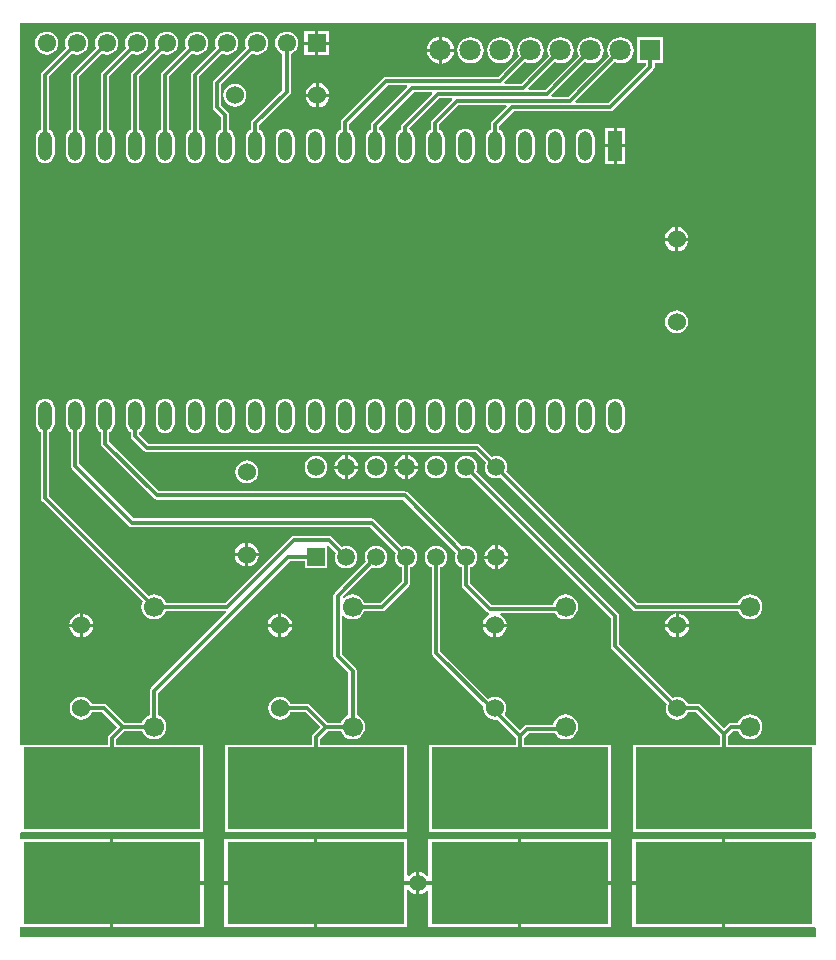
<source format=gtl>
G04 Layer_Physical_Order=1*
G04 Layer_Color=25308*
%FSLAX44Y44*%
%MOMM*%
G71*
G01*
G75*
%ADD10R,15.0000X7.0000*%
%ADD11C,0.3000*%
%ADD12R,1.5000X1.5000*%
%ADD13C,1.5000*%
%ADD14C,1.7000*%
%ADD15C,1.5240*%
%ADD16R,1.5500X1.5500*%
%ADD17C,1.5500*%
%ADD18R,1.8000X1.8000*%
%ADD19C,1.8000*%
%ADD20R,1.2000X2.5000*%
%ADD21O,1.2000X2.5000*%
%ADD22C,1.4000*%
G36*
X986941Y426794D02*
X986000Y426000D01*
X985671Y426000D01*
X912569D01*
Y433522D01*
X916678Y437631D01*
X921113D01*
X921828Y435905D01*
X923511Y433711D01*
X925705Y432028D01*
X928259Y430970D01*
X931000Y430609D01*
X933741Y430970D01*
X936295Y432028D01*
X938489Y433711D01*
X940172Y435905D01*
X941230Y438459D01*
X941590Y441200D01*
X941230Y443941D01*
X940172Y446495D01*
X938489Y448689D01*
X936295Y450372D01*
X933741Y451430D01*
X931000Y451791D01*
X928259Y451430D01*
X925705Y450372D01*
X923511Y448689D01*
X921828Y446495D01*
X921113Y444769D01*
X915200D01*
X913834Y444497D01*
X912677Y443723D01*
X909000Y440047D01*
X889523Y459523D01*
X888366Y460297D01*
X887000Y460569D01*
X878423D01*
X877891Y461852D01*
X876349Y463861D01*
X874340Y465403D01*
X872000Y466372D01*
X869489Y466703D01*
X866977Y466372D01*
X865694Y465841D01*
X820569Y510967D01*
Y534900D01*
X820297Y536266D01*
X819523Y537423D01*
X699549Y657398D01*
X700055Y658620D01*
X700382Y661100D01*
X700055Y663580D01*
X699098Y665891D01*
X697575Y667875D01*
X695591Y669398D01*
X693280Y670356D01*
X690800Y670682D01*
X688320Y670356D01*
X686009Y669398D01*
X684025Y667875D01*
X682502Y665891D01*
X681544Y663580D01*
X681218Y661100D01*
X681544Y658620D01*
X682502Y656309D01*
X684025Y654324D01*
X686009Y652802D01*
X688320Y651844D01*
X690800Y651518D01*
X693280Y651844D01*
X694502Y652351D01*
X813431Y533422D01*
Y509488D01*
X813703Y508123D01*
X814477Y506965D01*
X860648Y460794D01*
X860116Y459511D01*
X859786Y457000D01*
X860116Y454489D01*
X861085Y452149D01*
X862627Y450139D01*
X864637Y448597D01*
X866977Y447628D01*
X869489Y447297D01*
X872000Y447628D01*
X874340Y448597D01*
X876349Y450139D01*
X877891Y452149D01*
X878423Y453431D01*
X885522D01*
X905431Y433522D01*
Y426000D01*
X832000D01*
Y352000D01*
X985671D01*
X986000Y352000D01*
X986941Y351206D01*
Y347644D01*
X986540Y346540D01*
X985671Y346540D01*
X910270D01*
Y309000D01*
Y271460D01*
X985671D01*
X986540Y271460D01*
X986941Y270356D01*
Y270356D01*
Y263059D01*
X313059D01*
Y270356D01*
X313460Y271460D01*
X314329Y271460D01*
X389730D01*
Y309000D01*
Y346540D01*
X314329D01*
X313460Y346540D01*
X313059Y347644D01*
Y347644D01*
Y351206D01*
X314000Y352000D01*
X314329Y352000D01*
X468000D01*
Y426000D01*
X394569D01*
Y430522D01*
X401678Y437631D01*
X416624D01*
X417340Y435905D01*
X419023Y433711D01*
X421216Y432028D01*
X423770Y430970D01*
X426511Y430609D01*
X429253Y430970D01*
X431807Y432028D01*
X434000Y433711D01*
X435683Y435905D01*
X436741Y438459D01*
X437102Y441200D01*
X436741Y443941D01*
X435683Y446495D01*
X434000Y448689D01*
X431807Y450372D01*
X430080Y451087D01*
Y470033D01*
X541378Y581331D01*
X554300D01*
Y575400D01*
X573300D01*
Y593957D01*
X574511Y594542D01*
X580451Y588602D01*
X579944Y587380D01*
X579618Y584900D01*
X579944Y582420D01*
X580902Y580109D01*
X582425Y578125D01*
X584409Y576602D01*
X586720Y575644D01*
X589200Y575318D01*
X591680Y575644D01*
X593991Y576602D01*
X595975Y578125D01*
X597498Y580109D01*
X598455Y582420D01*
X598782Y584900D01*
X598455Y587380D01*
X597498Y589691D01*
X595975Y591675D01*
X593991Y593198D01*
X591680Y594156D01*
X589200Y594482D01*
X586720Y594156D01*
X585498Y593649D01*
X577623Y601523D01*
X576466Y602297D01*
X575100Y602569D01*
X545000D01*
X543634Y602297D01*
X542477Y601523D01*
X487322Y546369D01*
X436398D01*
X435683Y548095D01*
X434000Y550289D01*
X431807Y551972D01*
X429253Y553030D01*
X426511Y553391D01*
X423770Y553030D01*
X422044Y552314D01*
X337969Y636390D01*
Y690719D01*
X338434Y690912D01*
X340106Y692194D01*
X341388Y693866D01*
X342194Y695812D01*
X342469Y697900D01*
Y710900D01*
X342194Y712988D01*
X341388Y714934D01*
X340106Y716606D01*
X338434Y717888D01*
X336488Y718694D01*
X334400Y718969D01*
X332312Y718694D01*
X330365Y717888D01*
X328694Y716606D01*
X327412Y714934D01*
X326606Y712988D01*
X326331Y710900D01*
Y697900D01*
X326606Y695812D01*
X327412Y693866D01*
X328694Y692194D01*
X330365Y690912D01*
X330831Y690719D01*
Y634911D01*
X331103Y633546D01*
X331877Y632388D01*
X416997Y547268D01*
X416282Y545541D01*
X415921Y542800D01*
X416282Y540059D01*
X417340Y537505D01*
X419023Y535311D01*
X421216Y533628D01*
X423770Y532570D01*
X426511Y532209D01*
X429253Y532570D01*
X431807Y533628D01*
X434000Y535311D01*
X435683Y537505D01*
X436398Y539231D01*
X487389D01*
X487915Y537961D01*
X423988Y474035D01*
X423214Y472877D01*
X422943Y471511D01*
Y451087D01*
X421216Y450372D01*
X419023Y448689D01*
X417340Y446495D01*
X416624Y444769D01*
X401678D01*
X386923Y459523D01*
X385766Y460297D01*
X384400Y460569D01*
X373935D01*
X373403Y461852D01*
X371861Y463861D01*
X369851Y465403D01*
X367511Y466372D01*
X365000Y466703D01*
X362489Y466372D01*
X360149Y465403D01*
X358139Y463861D01*
X356597Y461852D01*
X355628Y459511D01*
X355297Y457000D01*
X355628Y454489D01*
X356597Y452149D01*
X358139Y450139D01*
X360149Y448597D01*
X362489Y447628D01*
X365000Y447297D01*
X367511Y447628D01*
X369851Y448597D01*
X371861Y450139D01*
X373403Y452149D01*
X373935Y453431D01*
X382922D01*
X395153Y441200D01*
X388477Y434523D01*
X387703Y433366D01*
X387431Y432000D01*
Y426898D01*
X386533Y426000D01*
X314329D01*
X314000Y426000D01*
X313059Y426794D01*
Y1036941D01*
X986941D01*
Y426794D01*
D02*
G37*
%LPC*%
G36*
X503730Y597080D02*
X502348Y596898D01*
X499876Y595875D01*
X497754Y594246D01*
X496125Y592124D01*
X495102Y589652D01*
X494920Y588270D01*
X503730D01*
Y597080D01*
D02*
G37*
G36*
X717470Y594859D02*
Y586170D01*
X726159D01*
X725982Y587521D01*
X724970Y589963D01*
X723361Y592061D01*
X721263Y593670D01*
X718821Y594682D01*
X717470Y594859D01*
D02*
G37*
G36*
X506270Y597080D02*
Y588270D01*
X515080D01*
X514898Y589652D01*
X513875Y592124D01*
X512246Y594246D01*
X510124Y595875D01*
X507652Y596898D01*
X506270Y597080D01*
D02*
G37*
G36*
X587930Y659830D02*
X579241D01*
X579418Y658479D01*
X580430Y656037D01*
X582039Y653939D01*
X584137Y652330D01*
X586579Y651318D01*
X587930Y651141D01*
Y659830D01*
D02*
G37*
G36*
X505000Y666703D02*
X502489Y666372D01*
X500149Y665403D01*
X498139Y663861D01*
X496597Y661852D01*
X495628Y659511D01*
X495297Y657000D01*
X495628Y654489D01*
X496597Y652149D01*
X498139Y650139D01*
X500149Y648597D01*
X502489Y647628D01*
X505000Y647297D01*
X507511Y647628D01*
X509851Y648597D01*
X511861Y650139D01*
X513403Y652149D01*
X514372Y654489D01*
X514703Y657000D01*
X514372Y659511D01*
X513403Y661852D01*
X511861Y663861D01*
X509851Y665403D01*
X507511Y666372D01*
X505000Y666703D01*
D02*
G37*
G36*
X714930Y594859D02*
X713579Y594682D01*
X711137Y593670D01*
X709039Y592061D01*
X707430Y589963D01*
X706418Y587521D01*
X706241Y586170D01*
X714930D01*
Y594859D01*
D02*
G37*
G36*
X726159Y583630D02*
X717470D01*
Y574941D01*
X718821Y575118D01*
X721263Y576130D01*
X723361Y577739D01*
X724970Y579837D01*
X725982Y582279D01*
X726159Y583630D01*
D02*
G37*
G36*
X714930D02*
X706241D01*
X706418Y582279D01*
X707430Y579837D01*
X709039Y577739D01*
X711137Y576130D01*
X713579Y575118D01*
X714930Y574941D01*
Y583630D01*
D02*
G37*
G36*
X410600Y718969D02*
X408512Y718694D01*
X406566Y717888D01*
X404894Y716606D01*
X403612Y714934D01*
X402806Y712988D01*
X402531Y710900D01*
Y697900D01*
X402806Y695812D01*
X403612Y693866D01*
X404894Y692194D01*
X406566Y690912D01*
X407031Y690719D01*
Y687400D01*
X407303Y686034D01*
X408077Y684877D01*
X418477Y674477D01*
X419634Y673703D01*
X421000Y673431D01*
X698822D01*
X707451Y664802D01*
X706945Y663580D01*
X706618Y661100D01*
X706945Y658620D01*
X707902Y656309D01*
X709425Y654324D01*
X711409Y652802D01*
X713720Y651844D01*
X716200Y651518D01*
X718680Y651844D01*
X719902Y652351D01*
X831977Y540277D01*
X833134Y539503D01*
X834500Y539231D01*
X921113D01*
X921828Y537505D01*
X923511Y535311D01*
X925705Y533628D01*
X928259Y532570D01*
X931000Y532209D01*
X933741Y532570D01*
X936295Y533628D01*
X938489Y535311D01*
X940172Y537505D01*
X941230Y540059D01*
X941590Y542800D01*
X941230Y545541D01*
X940172Y548095D01*
X938489Y550289D01*
X936295Y551972D01*
X933741Y553030D01*
X931000Y553391D01*
X928259Y553030D01*
X925705Y551972D01*
X923511Y550289D01*
X921828Y548095D01*
X921113Y546369D01*
X835978D01*
X724949Y657398D01*
X725455Y658620D01*
X725782Y661100D01*
X725455Y663580D01*
X724498Y665891D01*
X722975Y667875D01*
X720991Y669398D01*
X718680Y670356D01*
X716200Y670682D01*
X713720Y670356D01*
X712498Y669849D01*
X702823Y679523D01*
X701666Y680297D01*
X700300Y680569D01*
X422478D01*
X414169Y688878D01*
Y690719D01*
X414635Y690912D01*
X416306Y692194D01*
X417588Y693866D01*
X418394Y695812D01*
X418669Y697900D01*
Y710900D01*
X418394Y712988D01*
X417588Y714934D01*
X416306Y716606D01*
X414635Y717888D01*
X412688Y718694D01*
X410600Y718969D01*
D02*
G37*
G36*
X515080Y585730D02*
X506270D01*
Y576920D01*
X507652Y577102D01*
X510124Y578125D01*
X512246Y579754D01*
X513875Y581876D01*
X514898Y584348D01*
X515080Y585730D01*
D02*
G37*
G36*
X503730D02*
X494920D01*
X495102Y584348D01*
X496125Y581876D01*
X497754Y579754D01*
X499876Y578125D01*
X502348Y577102D01*
X503730Y576920D01*
Y585730D01*
D02*
G37*
G36*
X359800Y718969D02*
X357712Y718694D01*
X355765Y717888D01*
X354094Y716606D01*
X352812Y714934D01*
X352006Y712988D01*
X351731Y710900D01*
Y697900D01*
X352006Y695812D01*
X352812Y693866D01*
X354094Y692194D01*
X355765Y690912D01*
X356231Y690719D01*
Y662200D01*
X356503Y660834D01*
X357277Y659677D01*
X405477Y611477D01*
X406634Y610703D01*
X408000Y610431D01*
X609422D01*
X631251Y588602D01*
X630745Y587380D01*
X630418Y584900D01*
X630745Y582420D01*
X631702Y580109D01*
X633224Y578125D01*
X635209Y576602D01*
X636431Y576095D01*
Y564478D01*
X618322Y546369D01*
X604561D01*
X603846Y548095D01*
X602163Y550289D01*
X599969Y551972D01*
X597415Y553030D01*
X594674Y553391D01*
X591933Y553030D01*
X589379Y551972D01*
X587530Y550553D01*
X586429Y550811D01*
X586139Y551011D01*
X586073Y551327D01*
X610898Y576151D01*
X612120Y575644D01*
X614600Y575318D01*
X617080Y575644D01*
X619391Y576602D01*
X621375Y578125D01*
X622898Y580109D01*
X623855Y582420D01*
X624182Y584900D01*
X623855Y587380D01*
X622898Y589691D01*
X621375Y591675D01*
X619391Y593198D01*
X617080Y594156D01*
X614600Y594482D01*
X612120Y594156D01*
X609809Y593198D01*
X607825Y591675D01*
X606302Y589691D01*
X605345Y587380D01*
X605018Y584900D01*
X605345Y582420D01*
X605851Y581198D01*
X579477Y554823D01*
X578703Y553666D01*
X578431Y552300D01*
Y501000D01*
X578703Y499634D01*
X579477Y498477D01*
X591106Y486848D01*
Y451087D01*
X589379Y450372D01*
X587186Y448689D01*
X585503Y446495D01*
X584787Y444769D01*
X573678D01*
X558923Y459523D01*
X557766Y460297D01*
X556400Y460569D01*
X542097D01*
X541566Y461852D01*
X540024Y463861D01*
X538014Y465403D01*
X535674Y466372D01*
X533163Y466703D01*
X530652Y466372D01*
X528311Y465403D01*
X526302Y463861D01*
X524760Y461852D01*
X523791Y459511D01*
X523460Y457000D01*
X523791Y454489D01*
X524760Y452149D01*
X526302Y450139D01*
X528311Y448597D01*
X530652Y447628D01*
X533163Y447297D01*
X535674Y447628D01*
X538014Y448597D01*
X540024Y450139D01*
X541566Y452149D01*
X542097Y453431D01*
X554922D01*
X567153Y441200D01*
X561143Y435190D01*
X560370Y434032D01*
X560098Y432667D01*
Y426000D01*
X486667D01*
Y352000D01*
X640667D01*
Y426000D01*
X567235D01*
Y431189D01*
X573678Y437631D01*
X584787D01*
X585503Y435905D01*
X587186Y433711D01*
X589379Y432028D01*
X591933Y430970D01*
X594674Y430609D01*
X597415Y430970D01*
X599969Y432028D01*
X602163Y433711D01*
X603846Y435905D01*
X604904Y438459D01*
X605265Y441200D01*
X604904Y443941D01*
X603846Y446495D01*
X602163Y448689D01*
X599969Y450372D01*
X598243Y451087D01*
Y488326D01*
X597971Y489691D01*
X597198Y490849D01*
X585569Y502478D01*
Y535443D01*
X586771Y535851D01*
X587186Y535311D01*
X589379Y533628D01*
X591933Y532570D01*
X594674Y532209D01*
X597415Y532570D01*
X599969Y533628D01*
X602163Y535311D01*
X603846Y537505D01*
X604561Y539231D01*
X619800D01*
X621166Y539503D01*
X622323Y540277D01*
X642523Y560477D01*
X643297Y561634D01*
X643569Y563000D01*
Y576095D01*
X644791Y576602D01*
X646775Y578125D01*
X648298Y580109D01*
X649255Y582420D01*
X649582Y584900D01*
X649255Y587380D01*
X648298Y589691D01*
X646775Y591675D01*
X644791Y593198D01*
X642480Y594156D01*
X640000Y594482D01*
X637520Y594156D01*
X636298Y593649D01*
X613423Y616523D01*
X612266Y617297D01*
X610900Y617569D01*
X409478D01*
X363369Y663678D01*
Y690719D01*
X363834Y690912D01*
X365506Y692194D01*
X366788Y693866D01*
X367594Y695812D01*
X367869Y697900D01*
Y710900D01*
X367594Y712988D01*
X366788Y714934D01*
X365506Y716606D01*
X363834Y717888D01*
X361888Y718694D01*
X359800Y718969D01*
D02*
G37*
G36*
X599159Y659830D02*
X590470D01*
Y651141D01*
X591821Y651318D01*
X594263Y652330D01*
X596361Y653939D01*
X597970Y656037D01*
X598982Y658479D01*
X599159Y659830D01*
D02*
G37*
G36*
X641270Y671059D02*
Y662370D01*
X649959D01*
X649782Y663721D01*
X648770Y666163D01*
X647161Y668261D01*
X645063Y669870D01*
X642621Y670882D01*
X641270Y671059D01*
D02*
G37*
G36*
X638730D02*
X637379Y670882D01*
X634937Y669870D01*
X632839Y668261D01*
X631230Y666163D01*
X630218Y663721D01*
X630041Y662370D01*
X638730D01*
Y671059D01*
D02*
G37*
G36*
X590470D02*
Y662370D01*
X599159D01*
X598982Y663721D01*
X597970Y666163D01*
X596361Y668261D01*
X594263Y669870D01*
X591821Y670882D01*
X590470Y671059D01*
D02*
G37*
G36*
X486800Y718969D02*
X484712Y718694D01*
X482766Y717888D01*
X481094Y716606D01*
X479812Y714934D01*
X479006Y712988D01*
X478731Y710900D01*
Y697900D01*
X479006Y695812D01*
X479812Y693866D01*
X481094Y692194D01*
X482766Y690912D01*
X484712Y690106D01*
X486800Y689831D01*
X488888Y690106D01*
X490835Y690912D01*
X492506Y692194D01*
X493788Y693866D01*
X494594Y695812D01*
X494869Y697900D01*
Y710900D01*
X494594Y712988D01*
X493788Y714934D01*
X492506Y716606D01*
X490835Y717888D01*
X488888Y718694D01*
X486800Y718969D01*
D02*
G37*
G36*
X461400D02*
X459312Y718694D01*
X457365Y717888D01*
X455694Y716606D01*
X454412Y714934D01*
X453606Y712988D01*
X453331Y710900D01*
Y697900D01*
X453606Y695812D01*
X454412Y693866D01*
X455694Y692194D01*
X457365Y690912D01*
X459312Y690106D01*
X461400Y689831D01*
X463488Y690106D01*
X465434Y690912D01*
X467106Y692194D01*
X468388Y693866D01*
X469194Y695812D01*
X469469Y697900D01*
Y710900D01*
X469194Y712988D01*
X468388Y714934D01*
X467106Y716606D01*
X465434Y717888D01*
X463488Y718694D01*
X461400Y718969D01*
D02*
G37*
G36*
X436000D02*
X433912Y718694D01*
X431965Y717888D01*
X430294Y716606D01*
X429012Y714934D01*
X428206Y712988D01*
X427931Y710900D01*
Y697900D01*
X428206Y695812D01*
X429012Y693866D01*
X430294Y692194D01*
X431965Y690912D01*
X433912Y690106D01*
X436000Y689831D01*
X438088Y690106D01*
X440034Y690912D01*
X441706Y692194D01*
X442988Y693866D01*
X443794Y695812D01*
X444069Y697900D01*
Y710900D01*
X443794Y712988D01*
X442988Y714934D01*
X441706Y716606D01*
X440034Y717888D01*
X438088Y718694D01*
X436000Y718969D01*
D02*
G37*
G36*
X563800Y670682D02*
X561320Y670356D01*
X559009Y669398D01*
X557024Y667875D01*
X555502Y665891D01*
X554544Y663580D01*
X554218Y661100D01*
X554544Y658620D01*
X555502Y656309D01*
X557024Y654324D01*
X559009Y652802D01*
X561320Y651844D01*
X563800Y651518D01*
X566280Y651844D01*
X568591Y652802D01*
X570575Y654324D01*
X572098Y656309D01*
X573055Y658620D01*
X573382Y661100D01*
X573055Y663580D01*
X572098Y665891D01*
X570575Y667875D01*
X568591Y669398D01*
X566280Y670356D01*
X563800Y670682D01*
D02*
G37*
G36*
X649959Y659830D02*
X641270D01*
Y651141D01*
X642621Y651318D01*
X645063Y652330D01*
X647161Y653939D01*
X648770Y656037D01*
X649782Y658479D01*
X649959Y659830D01*
D02*
G37*
G36*
X638730D02*
X630041D01*
X630218Y658479D01*
X631230Y656037D01*
X632839Y653939D01*
X634937Y652330D01*
X637379Y651318D01*
X638730Y651141D01*
Y659830D01*
D02*
G37*
G36*
X587930Y671059D02*
X586579Y670882D01*
X584137Y669870D01*
X582039Y668261D01*
X580430Y666163D01*
X579418Y663721D01*
X579241Y662370D01*
X587930D01*
Y671059D01*
D02*
G37*
G36*
X665400Y670682D02*
X662920Y670356D01*
X660609Y669398D01*
X658624Y667875D01*
X657102Y665891D01*
X656144Y663580D01*
X655818Y661100D01*
X656144Y658620D01*
X657102Y656309D01*
X658624Y654324D01*
X660609Y652802D01*
X662920Y651844D01*
X665400Y651518D01*
X667880Y651844D01*
X670191Y652802D01*
X672175Y654324D01*
X673698Y656309D01*
X674655Y658620D01*
X674982Y661100D01*
X674655Y663580D01*
X673698Y665891D01*
X672175Y667875D01*
X670191Y669398D01*
X667880Y670356D01*
X665400Y670682D01*
D02*
G37*
G36*
X614600D02*
X612120Y670356D01*
X609809Y669398D01*
X607825Y667875D01*
X606302Y665891D01*
X605345Y663580D01*
X605018Y661100D01*
X605345Y658620D01*
X606302Y656309D01*
X607825Y654324D01*
X609809Y652802D01*
X612120Y651844D01*
X614600Y651518D01*
X617080Y651844D01*
X619391Y652802D01*
X621375Y654324D01*
X622898Y656309D01*
X623855Y658620D01*
X624182Y661100D01*
X623855Y663580D01*
X622898Y665891D01*
X621375Y667875D01*
X619391Y669398D01*
X617080Y670356D01*
X614600Y670682D01*
D02*
G37*
G36*
X385200Y718969D02*
X383112Y718694D01*
X381166Y717888D01*
X379494Y716606D01*
X378212Y714934D01*
X377406Y712988D01*
X377131Y710900D01*
Y697900D01*
X377406Y695812D01*
X378212Y693866D01*
X379494Y692194D01*
X381166Y690912D01*
X381631Y690719D01*
Y680800D01*
X381903Y679434D01*
X382677Y678277D01*
X426477Y634477D01*
X427634Y633703D01*
X429000Y633431D01*
X637222D01*
X682051Y588602D01*
X681544Y587380D01*
X681218Y584900D01*
X681544Y582420D01*
X682502Y580109D01*
X684025Y578125D01*
X686009Y576602D01*
X687231Y576095D01*
Y561200D01*
X687503Y559834D01*
X688277Y558677D01*
X708677Y538277D01*
X709834Y537503D01*
X710276Y537415D01*
X710406Y536094D01*
X709876Y535875D01*
X707754Y534246D01*
X706125Y532124D01*
X705101Y529652D01*
X704920Y528270D01*
X725080D01*
X724899Y529652D01*
X723875Y532124D01*
X722246Y534246D01*
X720124Y535875D01*
X719915Y535961D01*
X720167Y537231D01*
X766038D01*
X767511Y535311D01*
X769705Y533628D01*
X772259Y532570D01*
X775000Y532209D01*
X777741Y532570D01*
X780295Y533628D01*
X782489Y535311D01*
X784172Y537505D01*
X785230Y540059D01*
X785591Y542800D01*
X785230Y545541D01*
X784172Y548095D01*
X782489Y550289D01*
X780295Y551972D01*
X777741Y553030D01*
X775000Y553391D01*
X772259Y553030D01*
X769705Y551972D01*
X767511Y550289D01*
X765828Y548095D01*
X764770Y545541D01*
X764616Y544369D01*
X712678D01*
X694369Y562678D01*
Y576095D01*
X695591Y576602D01*
X697575Y578125D01*
X699098Y580109D01*
X700055Y582420D01*
X700382Y584900D01*
X700055Y587380D01*
X699098Y589691D01*
X697575Y591675D01*
X695591Y593198D01*
X693280Y594156D01*
X690800Y594482D01*
X688320Y594156D01*
X687098Y593649D01*
X641223Y639523D01*
X640066Y640297D01*
X638700Y640569D01*
X430478D01*
X388769Y682278D01*
Y690719D01*
X389235Y690912D01*
X390906Y692194D01*
X392188Y693866D01*
X392994Y695812D01*
X393269Y697900D01*
Y710900D01*
X392994Y712988D01*
X392188Y714934D01*
X390906Y716606D01*
X389235Y717888D01*
X387288Y718694D01*
X385200Y718969D01*
D02*
G37*
G36*
X907730Y346540D02*
X831460D01*
Y310270D01*
X907730D01*
Y346540D01*
D02*
G37*
G36*
X813873Y346540D02*
X737603D01*
Y310270D01*
X813873D01*
Y346540D01*
D02*
G37*
G36*
X562397D02*
X486127D01*
Y310270D01*
X562397D01*
Y346540D01*
D02*
G37*
G36*
X363730Y525730D02*
X354920D01*
X355102Y524348D01*
X356125Y521876D01*
X357754Y519754D01*
X359876Y518125D01*
X362348Y517102D01*
X363730Y516920D01*
Y525730D01*
D02*
G37*
G36*
X665400Y594482D02*
X662920Y594156D01*
X660609Y593198D01*
X658624Y591675D01*
X657102Y589691D01*
X656144Y587380D01*
X655818Y584900D01*
X656144Y582420D01*
X657102Y580109D01*
X658624Y578125D01*
X660609Y576602D01*
X661831Y576095D01*
Y503926D01*
X662103Y502560D01*
X662877Y501402D01*
X705528Y458751D01*
X705297Y457000D01*
X705628Y454489D01*
X706597Y452149D01*
X708139Y450139D01*
X710148Y448597D01*
X712489Y447628D01*
X715000Y447297D01*
X716751Y447528D01*
X732765Y431514D01*
Y426000D01*
X659333D01*
Y352000D01*
X813333D01*
Y426000D01*
X739902D01*
Y431514D01*
X744019Y435631D01*
X766038D01*
X767511Y433711D01*
X769705Y432028D01*
X772259Y430970D01*
X775000Y430609D01*
X777741Y430970D01*
X780295Y432028D01*
X782489Y433711D01*
X784172Y435905D01*
X785230Y438459D01*
X785591Y441200D01*
X785230Y443941D01*
X784172Y446495D01*
X782489Y448689D01*
X780295Y450372D01*
X777741Y451430D01*
X775000Y451791D01*
X772259Y451430D01*
X769705Y450372D01*
X767511Y448689D01*
X765828Y446495D01*
X764770Y443941D01*
X764616Y442769D01*
X742541D01*
X741175Y442497D01*
X740018Y441723D01*
X736333Y438039D01*
X722891Y451481D01*
X723403Y452149D01*
X724372Y454489D01*
X724703Y457000D01*
X724372Y459511D01*
X723403Y461852D01*
X721861Y463861D01*
X719852Y465403D01*
X717511Y466372D01*
X715000Y466703D01*
X712489Y466372D01*
X710148Y465403D01*
X709481Y464891D01*
X668969Y505404D01*
Y576095D01*
X670191Y576602D01*
X672175Y578125D01*
X673698Y580109D01*
X674655Y582420D01*
X674982Y584900D01*
X674655Y587380D01*
X673698Y589691D01*
X672175Y591675D01*
X670191Y593198D01*
X667880Y594156D01*
X665400Y594482D01*
D02*
G37*
G36*
X735063Y346540D02*
X658793D01*
Y315298D01*
X657523Y314867D01*
X656804Y315804D01*
X654811Y317333D01*
X652490Y318294D01*
X651270Y318455D01*
Y309000D01*
Y299545D01*
X652490Y299706D01*
X654811Y300667D01*
X656804Y302196D01*
X657523Y303133D01*
X658793Y302702D01*
Y271460D01*
X735063D01*
Y309000D01*
Y346540D01*
D02*
G37*
G36*
X813873Y307730D02*
X737603D01*
Y271460D01*
X813873D01*
Y307730D01*
D02*
G37*
G36*
X562397D02*
X486127D01*
Y271460D01*
X562397D01*
Y307730D01*
D02*
G37*
G36*
X468540D02*
X392270D01*
Y271460D01*
X468540D01*
Y307730D01*
D02*
G37*
G36*
X392270Y346540D02*
Y310270D01*
X468540D01*
Y346540D01*
X392270D01*
D02*
G37*
G36*
X641207D02*
X564937D01*
Y309000D01*
Y271460D01*
X641207D01*
Y302702D01*
X642477Y303133D01*
X643196Y302196D01*
X645189Y300667D01*
X647510Y299706D01*
X648730Y299545D01*
Y309000D01*
Y318455D01*
X647510Y318294D01*
X645189Y317333D01*
X643196Y315804D01*
X642477Y314867D01*
X641207Y315298D01*
Y346540D01*
D02*
G37*
G36*
X907730Y307730D02*
X831460D01*
Y271460D01*
X907730D01*
Y307730D01*
D02*
G37*
G36*
X375080Y525730D02*
X366270D01*
Y516920D01*
X367652Y517102D01*
X370124Y518125D01*
X372246Y519754D01*
X373875Y521876D01*
X374898Y524348D01*
X375080Y525730D01*
D02*
G37*
G36*
X531893Y537080D02*
X530510Y536898D01*
X528039Y535875D01*
X525917Y534246D01*
X524288Y532124D01*
X523264Y529652D01*
X523082Y528270D01*
X531893D01*
Y537080D01*
D02*
G37*
G36*
X366270D02*
Y528270D01*
X375080D01*
X374898Y529652D01*
X373875Y532124D01*
X372246Y534246D01*
X370124Y535875D01*
X367652Y536898D01*
X366270Y537080D01*
D02*
G37*
G36*
X363730D02*
X362348Y536898D01*
X359876Y535875D01*
X357754Y534246D01*
X356125Y532124D01*
X355102Y529652D01*
X354920Y528270D01*
X363730D01*
Y537080D01*
D02*
G37*
G36*
X870759D02*
Y528270D01*
X879569D01*
X879387Y529652D01*
X878363Y532124D01*
X876735Y534246D01*
X874612Y535875D01*
X872141Y536898D01*
X870759Y537080D01*
D02*
G37*
G36*
X868219D02*
X866836Y536898D01*
X864365Y535875D01*
X862242Y534246D01*
X860614Y532124D01*
X859590Y529652D01*
X859408Y528270D01*
X868219D01*
Y537080D01*
D02*
G37*
G36*
X534433D02*
Y528270D01*
X543243D01*
X543061Y529652D01*
X542038Y532124D01*
X540409Y534246D01*
X538287Y535875D01*
X535815Y536898D01*
X534433Y537080D01*
D02*
G37*
G36*
X713730Y525730D02*
X704920D01*
X705101Y524348D01*
X706125Y521876D01*
X707754Y519754D01*
X709876Y518125D01*
X712348Y517102D01*
X713730Y516920D01*
Y525730D01*
D02*
G37*
G36*
X543243D02*
X534433D01*
Y516920D01*
X535815Y517102D01*
X538287Y518125D01*
X540409Y519754D01*
X542038Y521876D01*
X543061Y524348D01*
X543243Y525730D01*
D02*
G37*
G36*
X531893D02*
X523082D01*
X523264Y524348D01*
X524288Y521876D01*
X525917Y519754D01*
X528039Y518125D01*
X530510Y517102D01*
X531893Y516920D01*
Y525730D01*
D02*
G37*
G36*
X879569D02*
X870759D01*
Y516920D01*
X872141Y517102D01*
X874612Y518125D01*
X876735Y519754D01*
X878363Y521876D01*
X879387Y524348D01*
X879569Y525730D01*
D02*
G37*
G36*
X868219D02*
X859408D01*
X859590Y524348D01*
X860614Y521876D01*
X862242Y519754D01*
X864365Y518125D01*
X866836Y517102D01*
X868219Y516920D01*
Y525730D01*
D02*
G37*
G36*
X725080D02*
X716270D01*
Y516920D01*
X717652Y517102D01*
X720124Y518125D01*
X722246Y519754D01*
X723875Y521876D01*
X724899Y524348D01*
X725080Y525730D01*
D02*
G37*
G36*
X512200Y718969D02*
X510112Y718694D01*
X508166Y717888D01*
X506494Y716606D01*
X505212Y714934D01*
X504406Y712988D01*
X504131Y710900D01*
Y697900D01*
X504406Y695812D01*
X505212Y693866D01*
X506494Y692194D01*
X508166Y690912D01*
X510112Y690106D01*
X512200Y689831D01*
X514288Y690106D01*
X516235Y690912D01*
X517906Y692194D01*
X519188Y693866D01*
X519994Y695812D01*
X520269Y697900D01*
Y710900D01*
X519994Y712988D01*
X519188Y714934D01*
X517906Y716606D01*
X516235Y717888D01*
X514288Y718694D01*
X512200Y718969D01*
D02*
G37*
G36*
X694500Y1025095D02*
X691628Y1024717D01*
X688952Y1023608D01*
X686655Y1021845D01*
X684892Y1019548D01*
X683783Y1016872D01*
X683405Y1014000D01*
X683783Y1011128D01*
X684892Y1008453D01*
X686655Y1006155D01*
X688952Y1004391D01*
X691628Y1003283D01*
X694500Y1002905D01*
X697372Y1003283D01*
X700048Y1004391D01*
X702345Y1006155D01*
X704109Y1008453D01*
X705217Y1011128D01*
X705595Y1014000D01*
X705217Y1016872D01*
X704109Y1019548D01*
X702345Y1021845D01*
X700048Y1023608D01*
X697372Y1024717D01*
X694500Y1025095D01*
D02*
G37*
G36*
X680572Y1012730D02*
X670370D01*
Y1002528D01*
X672113Y1002757D01*
X674920Y1003920D01*
X677330Y1005770D01*
X679180Y1008180D01*
X680343Y1010987D01*
X680572Y1012730D01*
D02*
G37*
G36*
X667830D02*
X657628D01*
X657857Y1010987D01*
X659020Y1008180D01*
X660870Y1005770D01*
X663280Y1003920D01*
X666087Y1002757D01*
X667830Y1002528D01*
Y1012730D01*
D02*
G37*
G36*
X563030Y1018730D02*
X554010D01*
Y1009710D01*
X563030D01*
Y1018730D01*
D02*
G37*
G36*
X821500Y1025095D02*
X818628Y1024717D01*
X815953Y1023608D01*
X813655Y1021845D01*
X811891Y1019548D01*
X810783Y1016872D01*
X810405Y1014000D01*
X810783Y1011128D01*
X811603Y1009149D01*
X777022Y974569D01*
X763375D01*
X762889Y975742D01*
X791249Y1004103D01*
X793228Y1003283D01*
X796100Y1002905D01*
X798972Y1003283D01*
X801647Y1004391D01*
X803945Y1006155D01*
X805708Y1008453D01*
X806817Y1011128D01*
X807195Y1014000D01*
X806817Y1016872D01*
X805708Y1019548D01*
X803945Y1021845D01*
X801647Y1023608D01*
X798972Y1024717D01*
X796100Y1025095D01*
X793228Y1024717D01*
X790553Y1023608D01*
X788255Y1021845D01*
X786491Y1019548D01*
X785383Y1016872D01*
X785005Y1014000D01*
X785383Y1011128D01*
X786203Y1009149D01*
X757622Y980569D01*
X743975D01*
X743489Y981742D01*
X765850Y1004103D01*
X767828Y1003283D01*
X770700Y1002905D01*
X773572Y1003283D01*
X776247Y1004391D01*
X778545Y1006155D01*
X780309Y1008453D01*
X781417Y1011128D01*
X781795Y1014000D01*
X781417Y1016872D01*
X780309Y1019548D01*
X778545Y1021845D01*
X776247Y1023608D01*
X773572Y1024717D01*
X770700Y1025095D01*
X767828Y1024717D01*
X765153Y1023608D01*
X762855Y1021845D01*
X761092Y1019548D01*
X759983Y1016872D01*
X759605Y1014000D01*
X759983Y1011128D01*
X760803Y1009149D01*
X737222Y985569D01*
X723575D01*
X723089Y986742D01*
X740450Y1004103D01*
X742428Y1003283D01*
X745300Y1002905D01*
X748172Y1003283D01*
X750847Y1004391D01*
X753145Y1006155D01*
X754909Y1008453D01*
X756017Y1011128D01*
X756395Y1014000D01*
X756017Y1016872D01*
X754909Y1019548D01*
X753145Y1021845D01*
X750847Y1023608D01*
X748172Y1024717D01*
X745300Y1025095D01*
X742428Y1024717D01*
X739753Y1023608D01*
X737455Y1021845D01*
X735692Y1019548D01*
X734583Y1016872D01*
X734205Y1014000D01*
X734583Y1011128D01*
X735403Y1009149D01*
X717822Y991569D01*
X623000D01*
X621634Y991297D01*
X620477Y990523D01*
X585877Y955923D01*
X585103Y954766D01*
X584831Y953400D01*
Y946681D01*
X584366Y946488D01*
X582694Y945206D01*
X581412Y943534D01*
X580606Y941588D01*
X580331Y939500D01*
Y926500D01*
X580606Y924412D01*
X581412Y922466D01*
X582694Y920794D01*
X584366Y919512D01*
X586312Y918706D01*
X588400Y918431D01*
X590488Y918706D01*
X592435Y919512D01*
X594106Y920794D01*
X595388Y922466D01*
X596194Y924412D01*
X596469Y926500D01*
Y939500D01*
X596194Y941588D01*
X595388Y943534D01*
X594106Y945206D01*
X592435Y946488D01*
X591969Y946681D01*
Y951922D01*
X624478Y984431D01*
X640725D01*
X641211Y983258D01*
X611277Y953323D01*
X610503Y952166D01*
X610231Y950800D01*
Y946681D01*
X609766Y946488D01*
X608094Y945206D01*
X606812Y943534D01*
X606006Y941588D01*
X605731Y939500D01*
Y926500D01*
X606006Y924412D01*
X606812Y922466D01*
X608094Y920794D01*
X609766Y919512D01*
X611712Y918706D01*
X613800Y918431D01*
X615888Y918706D01*
X617835Y919512D01*
X619506Y920794D01*
X620788Y922466D01*
X621594Y924412D01*
X621869Y926500D01*
Y939500D01*
X621594Y941588D01*
X620788Y943534D01*
X619506Y945206D01*
X617835Y946488D01*
X617369Y946681D01*
Y949322D01*
X646478Y978431D01*
X661725D01*
X662211Y977258D01*
X636677Y951723D01*
X635903Y950566D01*
X635631Y949200D01*
Y946681D01*
X635165Y946488D01*
X633494Y945206D01*
X632212Y943534D01*
X631406Y941588D01*
X631131Y939500D01*
Y926500D01*
X631406Y924412D01*
X632212Y922466D01*
X633494Y920794D01*
X635165Y919512D01*
X637112Y918706D01*
X639200Y918431D01*
X641288Y918706D01*
X643234Y919512D01*
X644906Y920794D01*
X646188Y922466D01*
X646994Y924412D01*
X647269Y926500D01*
Y939500D01*
X646994Y941588D01*
X646188Y943534D01*
X644906Y945206D01*
X643234Y946488D01*
X643045Y946566D01*
X642901Y947854D01*
X668478Y973431D01*
X678725D01*
X679211Y972258D01*
X662077Y955123D01*
X661303Y953966D01*
X661031Y952600D01*
Y946681D01*
X660565Y946488D01*
X658894Y945206D01*
X657612Y943534D01*
X656806Y941588D01*
X656531Y939500D01*
Y926500D01*
X656806Y924412D01*
X657612Y922466D01*
X658894Y920794D01*
X660565Y919512D01*
X662512Y918706D01*
X664600Y918431D01*
X666688Y918706D01*
X668634Y919512D01*
X670306Y920794D01*
X671588Y922466D01*
X672394Y924412D01*
X672669Y926500D01*
Y939500D01*
X672394Y941588D01*
X671588Y943534D01*
X670306Y945206D01*
X668634Y946488D01*
X668169Y946681D01*
Y951122D01*
X684478Y967431D01*
X724725D01*
X725211Y966258D01*
X712877Y953923D01*
X712103Y952766D01*
X711831Y951400D01*
Y946681D01*
X711366Y946488D01*
X709694Y945206D01*
X708412Y943534D01*
X707606Y941588D01*
X707331Y939500D01*
Y926500D01*
X707606Y924412D01*
X708412Y922466D01*
X709694Y920794D01*
X711366Y919512D01*
X713312Y918706D01*
X715400Y918431D01*
X717488Y918706D01*
X719435Y919512D01*
X721106Y920794D01*
X722388Y922466D01*
X723194Y924412D01*
X723469Y926500D01*
Y939500D01*
X723194Y941588D01*
X722388Y943534D01*
X721106Y945206D01*
X719435Y946488D01*
X718969Y946681D01*
Y949922D01*
X731478Y962431D01*
X813000D01*
X814366Y962703D01*
X815523Y963477D01*
X849423Y997377D01*
X850197Y998534D01*
X850469Y999900D01*
Y1003000D01*
X857900D01*
Y1025000D01*
X835900D01*
Y1003000D01*
X843331D01*
Y1001378D01*
X811522Y969569D01*
X783775D01*
X783289Y970742D01*
X816649Y1004103D01*
X818628Y1003283D01*
X821500Y1002905D01*
X824372Y1003283D01*
X827048Y1004391D01*
X829345Y1006155D01*
X831108Y1008453D01*
X832217Y1011128D01*
X832595Y1014000D01*
X832217Y1016872D01*
X831108Y1019548D01*
X829345Y1021845D01*
X827048Y1023608D01*
X824372Y1024717D01*
X821500Y1025095D01*
D02*
G37*
G36*
X719900D02*
X717028Y1024717D01*
X714352Y1023608D01*
X712055Y1021845D01*
X710292Y1019548D01*
X709183Y1016872D01*
X708805Y1014000D01*
X709183Y1011128D01*
X710292Y1008453D01*
X712055Y1006155D01*
X714352Y1004391D01*
X717028Y1003283D01*
X719900Y1002905D01*
X722772Y1003283D01*
X725447Y1004391D01*
X727745Y1006155D01*
X729509Y1008453D01*
X730617Y1011128D01*
X730995Y1014000D01*
X730617Y1016872D01*
X729509Y1019548D01*
X727745Y1021845D01*
X725447Y1023608D01*
X722772Y1024717D01*
X719900Y1025095D01*
D02*
G37*
G36*
X566270Y986080D02*
Y977270D01*
X575080D01*
X574898Y978652D01*
X573875Y981124D01*
X572246Y983246D01*
X570124Y984875D01*
X567652Y985899D01*
X566270Y986080D01*
D02*
G37*
G36*
X563730Y974730D02*
X554920D01*
X555102Y973348D01*
X556125Y970876D01*
X557754Y968754D01*
X559876Y967125D01*
X562348Y966102D01*
X563730Y965919D01*
Y974730D01*
D02*
G37*
G36*
X825540Y948040D02*
X818270D01*
Y934270D01*
X825540D01*
Y948040D01*
D02*
G37*
G36*
X815730D02*
X808460D01*
Y934270D01*
X815730D01*
Y948040D01*
D02*
G37*
G36*
X563730Y986080D02*
X562348Y985899D01*
X559876Y984875D01*
X557754Y983246D01*
X556125Y981124D01*
X555102Y978652D01*
X554920Y977270D01*
X563730D01*
Y986080D01*
D02*
G37*
G36*
X495000Y985703D02*
X492489Y985372D01*
X490149Y984403D01*
X488139Y982861D01*
X486597Y980852D01*
X485628Y978511D01*
X485297Y976000D01*
X485628Y973489D01*
X486597Y971149D01*
X488139Y969139D01*
X490149Y967597D01*
X492489Y966628D01*
X495000Y966297D01*
X497511Y966628D01*
X499851Y967597D01*
X501861Y969139D01*
X503403Y971149D01*
X504372Y973489D01*
X504703Y976000D01*
X504372Y978511D01*
X503403Y980852D01*
X501861Y982861D01*
X499851Y984403D01*
X497511Y985372D01*
X495000Y985703D01*
D02*
G37*
G36*
X575080Y974730D02*
X566270D01*
Y965919D01*
X567652Y966102D01*
X570124Y967125D01*
X572246Y968754D01*
X573875Y970876D01*
X574898Y973348D01*
X575080Y974730D01*
D02*
G37*
G36*
X667830Y1025472D02*
X666087Y1025243D01*
X663280Y1024080D01*
X660870Y1022230D01*
X659020Y1019820D01*
X657857Y1017012D01*
X657628Y1015270D01*
X667830D01*
Y1025472D01*
D02*
G37*
G36*
X513500Y1029834D02*
X510955Y1029499D01*
X508583Y1028517D01*
X506546Y1026954D01*
X504983Y1024917D01*
X504001Y1022545D01*
X503666Y1020000D01*
X504001Y1017455D01*
X504560Y1016106D01*
X477477Y989023D01*
X476703Y987866D01*
X476431Y986500D01*
Y966000D01*
X476703Y964634D01*
X477477Y963477D01*
X483231Y957722D01*
Y946681D01*
X482766Y946488D01*
X481094Y945206D01*
X479812Y943534D01*
X479006Y941588D01*
X478731Y939500D01*
Y926500D01*
X479006Y924412D01*
X479812Y922466D01*
X481094Y920794D01*
X482766Y919512D01*
X484712Y918706D01*
X486800Y918431D01*
X488888Y918706D01*
X490835Y919512D01*
X492506Y920794D01*
X493788Y922466D01*
X494594Y924412D01*
X494869Y926500D01*
Y939500D01*
X494594Y941588D01*
X493788Y943534D01*
X492506Y945206D01*
X490835Y946488D01*
X490369Y946681D01*
Y959200D01*
X490097Y960566D01*
X489323Y961723D01*
X483569Y967478D01*
Y985022D01*
X509606Y1011059D01*
X510955Y1010501D01*
X513500Y1010166D01*
X516045Y1010501D01*
X518417Y1011483D01*
X520454Y1013046D01*
X522017Y1015083D01*
X522999Y1017455D01*
X523334Y1020000D01*
X522999Y1022545D01*
X522017Y1024917D01*
X520454Y1026954D01*
X518417Y1028517D01*
X516045Y1029499D01*
X513500Y1029834D01*
D02*
G37*
G36*
X488100D02*
X485555Y1029499D01*
X483183Y1028517D01*
X481146Y1026954D01*
X479583Y1024917D01*
X478601Y1022545D01*
X478266Y1020000D01*
X478601Y1017455D01*
X479160Y1016106D01*
X458877Y995823D01*
X458103Y994666D01*
X457831Y993300D01*
Y946681D01*
X457365Y946488D01*
X455694Y945206D01*
X454412Y943534D01*
X453606Y941588D01*
X453331Y939500D01*
Y926500D01*
X453606Y924412D01*
X454412Y922466D01*
X455694Y920794D01*
X457365Y919512D01*
X459312Y918706D01*
X461400Y918431D01*
X463488Y918706D01*
X465434Y919512D01*
X467106Y920794D01*
X468388Y922466D01*
X469194Y924412D01*
X469469Y926500D01*
Y939500D01*
X469194Y941588D01*
X468388Y943534D01*
X467106Y945206D01*
X465434Y946488D01*
X464969Y946681D01*
Y991822D01*
X484206Y1011059D01*
X485555Y1010501D01*
X488100Y1010166D01*
X490645Y1010501D01*
X493017Y1011483D01*
X495054Y1013046D01*
X496617Y1015083D01*
X497599Y1017455D01*
X497934Y1020000D01*
X497599Y1022545D01*
X496617Y1024917D01*
X495054Y1026954D01*
X493017Y1028517D01*
X490645Y1029499D01*
X488100Y1029834D01*
D02*
G37*
G36*
X574590Y1030290D02*
X565570D01*
Y1021270D01*
X574590D01*
Y1030290D01*
D02*
G37*
G36*
X563030D02*
X554010D01*
Y1021270D01*
X563030D01*
Y1030290D01*
D02*
G37*
G36*
X670370Y1025472D02*
Y1015270D01*
X680572D01*
X680343Y1017012D01*
X679180Y1019820D01*
X677330Y1022230D01*
X674920Y1024080D01*
X672113Y1025243D01*
X670370Y1025472D01*
D02*
G37*
G36*
X462700Y1029834D02*
X460155Y1029499D01*
X457783Y1028517D01*
X455746Y1026954D01*
X454183Y1024917D01*
X453201Y1022545D01*
X452866Y1020000D01*
X453201Y1017455D01*
X453759Y1016106D01*
X433477Y995823D01*
X432703Y994666D01*
X432431Y993300D01*
Y946681D01*
X431965Y946488D01*
X430294Y945206D01*
X429012Y943534D01*
X428206Y941588D01*
X427931Y939500D01*
Y926500D01*
X428206Y924412D01*
X429012Y922466D01*
X430294Y920794D01*
X431965Y919512D01*
X433912Y918706D01*
X436000Y918431D01*
X438088Y918706D01*
X440034Y919512D01*
X441706Y920794D01*
X442988Y922466D01*
X443794Y924412D01*
X444069Y926500D01*
Y939500D01*
X443794Y941588D01*
X442988Y943534D01*
X441706Y945206D01*
X440034Y946488D01*
X439569Y946681D01*
Y991822D01*
X458806Y1011059D01*
X460155Y1010501D01*
X462700Y1010166D01*
X465245Y1010501D01*
X467617Y1011483D01*
X469654Y1013046D01*
X471217Y1015083D01*
X472199Y1017455D01*
X472534Y1020000D01*
X472199Y1022545D01*
X471217Y1024917D01*
X469654Y1026954D01*
X467617Y1028517D01*
X465245Y1029499D01*
X462700Y1029834D01*
D02*
G37*
G36*
X361100D02*
X358555Y1029499D01*
X356183Y1028517D01*
X354146Y1026954D01*
X352583Y1024917D01*
X351601Y1022545D01*
X351266Y1020000D01*
X351601Y1017455D01*
X352160Y1016106D01*
X331877Y995823D01*
X331103Y994666D01*
X330831Y993300D01*
Y946681D01*
X330365Y946488D01*
X328694Y945206D01*
X327412Y943534D01*
X326606Y941588D01*
X326331Y939500D01*
Y926500D01*
X326606Y924412D01*
X327412Y922466D01*
X328694Y920794D01*
X330365Y919512D01*
X332312Y918706D01*
X334400Y918431D01*
X336488Y918706D01*
X338434Y919512D01*
X340106Y920794D01*
X341388Y922466D01*
X342194Y924412D01*
X342469Y926500D01*
Y939500D01*
X342194Y941588D01*
X341388Y943534D01*
X340106Y945206D01*
X338434Y946488D01*
X337969Y946681D01*
Y991822D01*
X357206Y1011059D01*
X358555Y1010501D01*
X361100Y1010166D01*
X363645Y1010501D01*
X366017Y1011483D01*
X368054Y1013046D01*
X369617Y1015083D01*
X370599Y1017455D01*
X370934Y1020000D01*
X370599Y1022545D01*
X369617Y1024917D01*
X368054Y1026954D01*
X366017Y1028517D01*
X363645Y1029499D01*
X361100Y1029834D01*
D02*
G37*
G36*
X335700D02*
X333155Y1029499D01*
X330783Y1028517D01*
X328746Y1026954D01*
X327183Y1024917D01*
X326201Y1022545D01*
X325866Y1020000D01*
X326201Y1017455D01*
X327183Y1015083D01*
X328746Y1013046D01*
X330783Y1011483D01*
X333155Y1010501D01*
X335700Y1010166D01*
X338245Y1010501D01*
X340617Y1011483D01*
X342654Y1013046D01*
X344217Y1015083D01*
X345199Y1017455D01*
X345534Y1020000D01*
X345199Y1022545D01*
X344217Y1024917D01*
X342654Y1026954D01*
X340617Y1028517D01*
X338245Y1029499D01*
X335700Y1029834D01*
D02*
G37*
G36*
X574590Y1018730D02*
X565570D01*
Y1009710D01*
X574590D01*
Y1018730D01*
D02*
G37*
G36*
X437300Y1029834D02*
X434755Y1029499D01*
X432383Y1028517D01*
X430346Y1026954D01*
X428783Y1024917D01*
X427801Y1022545D01*
X427466Y1020000D01*
X427801Y1017455D01*
X428359Y1016106D01*
X408077Y995823D01*
X407303Y994666D01*
X407031Y993300D01*
Y946681D01*
X406566Y946488D01*
X404894Y945206D01*
X403612Y943534D01*
X402806Y941588D01*
X402531Y939500D01*
Y926500D01*
X402806Y924412D01*
X403612Y922466D01*
X404894Y920794D01*
X406566Y919512D01*
X408512Y918706D01*
X410600Y918431D01*
X412688Y918706D01*
X414635Y919512D01*
X416306Y920794D01*
X417588Y922466D01*
X418394Y924412D01*
X418669Y926500D01*
Y939500D01*
X418394Y941588D01*
X417588Y943534D01*
X416306Y945206D01*
X414635Y946488D01*
X414169Y946681D01*
Y991822D01*
X433406Y1011059D01*
X434755Y1010501D01*
X437300Y1010166D01*
X439845Y1010501D01*
X442217Y1011483D01*
X444254Y1013046D01*
X445817Y1015083D01*
X446799Y1017455D01*
X447134Y1020000D01*
X446799Y1022545D01*
X445817Y1024917D01*
X444254Y1026954D01*
X442217Y1028517D01*
X439845Y1029499D01*
X437300Y1029834D01*
D02*
G37*
G36*
X411900D02*
X409355Y1029499D01*
X406983Y1028517D01*
X404946Y1026954D01*
X403383Y1024917D01*
X402401Y1022545D01*
X402066Y1020000D01*
X402401Y1017455D01*
X402960Y1016106D01*
X382677Y995823D01*
X381903Y994666D01*
X381631Y993300D01*
Y946681D01*
X381166Y946488D01*
X379494Y945206D01*
X378212Y943534D01*
X377406Y941588D01*
X377131Y939500D01*
Y926500D01*
X377406Y924412D01*
X378212Y922466D01*
X379494Y920794D01*
X381166Y919512D01*
X383112Y918706D01*
X385200Y918431D01*
X387288Y918706D01*
X389235Y919512D01*
X390906Y920794D01*
X392188Y922466D01*
X392994Y924412D01*
X393269Y926500D01*
Y939500D01*
X392994Y941588D01*
X392188Y943534D01*
X390906Y945206D01*
X389235Y946488D01*
X388769Y946681D01*
Y991822D01*
X408006Y1011059D01*
X409355Y1010501D01*
X411900Y1010166D01*
X414445Y1010501D01*
X416817Y1011483D01*
X418854Y1013046D01*
X420417Y1015083D01*
X421399Y1017455D01*
X421734Y1020000D01*
X421399Y1022545D01*
X420417Y1024917D01*
X418854Y1026954D01*
X416817Y1028517D01*
X414445Y1029499D01*
X411900Y1029834D01*
D02*
G37*
G36*
X386500D02*
X383955Y1029499D01*
X381583Y1028517D01*
X379546Y1026954D01*
X377983Y1024917D01*
X377001Y1022545D01*
X376666Y1020000D01*
X377001Y1017455D01*
X377560Y1016106D01*
X357277Y995823D01*
X356503Y994666D01*
X356231Y993300D01*
Y946681D01*
X355765Y946488D01*
X354094Y945206D01*
X352812Y943534D01*
X352006Y941588D01*
X351731Y939500D01*
Y926500D01*
X352006Y924412D01*
X352812Y922466D01*
X354094Y920794D01*
X355765Y919512D01*
X357712Y918706D01*
X359800Y918431D01*
X361888Y918706D01*
X363834Y919512D01*
X365506Y920794D01*
X366788Y922466D01*
X367594Y924412D01*
X367869Y926500D01*
Y939500D01*
X367594Y941588D01*
X366788Y943534D01*
X365506Y945206D01*
X363834Y946488D01*
X363369Y946681D01*
Y991822D01*
X382606Y1011059D01*
X383955Y1010501D01*
X386500Y1010166D01*
X389045Y1010501D01*
X391417Y1011483D01*
X393454Y1013046D01*
X395017Y1015083D01*
X395999Y1017455D01*
X396334Y1020000D01*
X395999Y1022545D01*
X395017Y1024917D01*
X393454Y1026954D01*
X391417Y1028517D01*
X389045Y1029499D01*
X386500Y1029834D01*
D02*
G37*
G36*
X766200Y718969D02*
X764112Y718694D01*
X762166Y717888D01*
X760494Y716606D01*
X759212Y714934D01*
X758406Y712988D01*
X758131Y710900D01*
Y697900D01*
X758406Y695812D01*
X759212Y693866D01*
X760494Y692194D01*
X762166Y690912D01*
X764112Y690106D01*
X766200Y689831D01*
X768288Y690106D01*
X770235Y690912D01*
X771906Y692194D01*
X773188Y693866D01*
X773994Y695812D01*
X774269Y697900D01*
Y710900D01*
X773994Y712988D01*
X773188Y714934D01*
X771906Y716606D01*
X770235Y717888D01*
X768288Y718694D01*
X766200Y718969D01*
D02*
G37*
G36*
X740800D02*
X738712Y718694D01*
X736766Y717888D01*
X735094Y716606D01*
X733812Y714934D01*
X733006Y712988D01*
X732731Y710900D01*
Y697900D01*
X733006Y695812D01*
X733812Y693866D01*
X735094Y692194D01*
X736766Y690912D01*
X738712Y690106D01*
X740800Y689831D01*
X742888Y690106D01*
X744835Y690912D01*
X746506Y692194D01*
X747788Y693866D01*
X748594Y695812D01*
X748869Y697900D01*
Y710900D01*
X748594Y712988D01*
X747788Y714934D01*
X746506Y716606D01*
X744835Y717888D01*
X742888Y718694D01*
X740800Y718969D01*
D02*
G37*
G36*
X715400D02*
X713312Y718694D01*
X711366Y717888D01*
X709694Y716606D01*
X708412Y714934D01*
X707606Y712988D01*
X707331Y710900D01*
Y697900D01*
X707606Y695812D01*
X708412Y693866D01*
X709694Y692194D01*
X711366Y690912D01*
X713312Y690106D01*
X715400Y689831D01*
X717488Y690106D01*
X719435Y690912D01*
X721106Y692194D01*
X722388Y693866D01*
X723194Y695812D01*
X723469Y697900D01*
Y710900D01*
X723194Y712988D01*
X722388Y714934D01*
X721106Y716606D01*
X719435Y717888D01*
X717488Y718694D01*
X715400Y718969D01*
D02*
G37*
G36*
X869000Y793703D02*
X866489Y793372D01*
X864148Y792403D01*
X862139Y790861D01*
X860597Y788851D01*
X859628Y786511D01*
X859297Y784000D01*
X859628Y781489D01*
X860597Y779148D01*
X862139Y777139D01*
X864148Y775597D01*
X866489Y774628D01*
X869000Y774297D01*
X871511Y774628D01*
X873851Y775597D01*
X875861Y777139D01*
X877403Y779148D01*
X878372Y781489D01*
X878703Y784000D01*
X878372Y786511D01*
X877403Y788851D01*
X875861Y790861D01*
X873851Y792403D01*
X871511Y793372D01*
X869000Y793703D01*
D02*
G37*
G36*
X817000Y718969D02*
X814912Y718694D01*
X812965Y717888D01*
X811294Y716606D01*
X810012Y714934D01*
X809206Y712988D01*
X808931Y710900D01*
Y697900D01*
X809206Y695812D01*
X810012Y693866D01*
X811294Y692194D01*
X812965Y690912D01*
X814912Y690106D01*
X817000Y689831D01*
X819088Y690106D01*
X821034Y690912D01*
X822706Y692194D01*
X823988Y693866D01*
X824794Y695812D01*
X825069Y697900D01*
Y710900D01*
X824794Y712988D01*
X823988Y714934D01*
X822706Y716606D01*
X821034Y717888D01*
X819088Y718694D01*
X817000Y718969D01*
D02*
G37*
G36*
X791600D02*
X789512Y718694D01*
X787566Y717888D01*
X785894Y716606D01*
X784612Y714934D01*
X783806Y712988D01*
X783531Y710900D01*
Y697900D01*
X783806Y695812D01*
X784612Y693866D01*
X785894Y692194D01*
X787566Y690912D01*
X789512Y690106D01*
X791600Y689831D01*
X793688Y690106D01*
X795635Y690912D01*
X797306Y692194D01*
X798588Y693866D01*
X799394Y695812D01*
X799669Y697900D01*
Y710900D01*
X799394Y712988D01*
X798588Y714934D01*
X797306Y716606D01*
X795635Y717888D01*
X793688Y718694D01*
X791600Y718969D01*
D02*
G37*
G36*
X690000D02*
X687912Y718694D01*
X685965Y717888D01*
X684294Y716606D01*
X683012Y714934D01*
X682206Y712988D01*
X681931Y710900D01*
Y697900D01*
X682206Y695812D01*
X683012Y693866D01*
X684294Y692194D01*
X685965Y690912D01*
X687912Y690106D01*
X690000Y689831D01*
X692088Y690106D01*
X694035Y690912D01*
X695706Y692194D01*
X696988Y693866D01*
X697794Y695812D01*
X698069Y697900D01*
Y710900D01*
X697794Y712988D01*
X696988Y714934D01*
X695706Y716606D01*
X694035Y717888D01*
X692088Y718694D01*
X690000Y718969D01*
D02*
G37*
G36*
X588400D02*
X586312Y718694D01*
X584366Y717888D01*
X582694Y716606D01*
X581412Y714934D01*
X580606Y712988D01*
X580331Y710900D01*
Y697900D01*
X580606Y695812D01*
X581412Y693866D01*
X582694Y692194D01*
X584366Y690912D01*
X586312Y690106D01*
X588400Y689831D01*
X590488Y690106D01*
X592435Y690912D01*
X594106Y692194D01*
X595388Y693866D01*
X596194Y695812D01*
X596469Y697900D01*
Y710900D01*
X596194Y712988D01*
X595388Y714934D01*
X594106Y716606D01*
X592435Y717888D01*
X590488Y718694D01*
X588400Y718969D01*
D02*
G37*
G36*
X563000D02*
X560912Y718694D01*
X558965Y717888D01*
X557294Y716606D01*
X556012Y714934D01*
X555206Y712988D01*
X554931Y710900D01*
Y697900D01*
X555206Y695812D01*
X556012Y693866D01*
X557294Y692194D01*
X558965Y690912D01*
X560912Y690106D01*
X563000Y689831D01*
X565088Y690106D01*
X567034Y690912D01*
X568706Y692194D01*
X569988Y693866D01*
X570794Y695812D01*
X571069Y697900D01*
Y710900D01*
X570794Y712988D01*
X569988Y714934D01*
X568706Y716606D01*
X567034Y717888D01*
X565088Y718694D01*
X563000Y718969D01*
D02*
G37*
G36*
X537600D02*
X535512Y718694D01*
X533565Y717888D01*
X531894Y716606D01*
X530612Y714934D01*
X529806Y712988D01*
X529531Y710900D01*
Y697900D01*
X529806Y695812D01*
X530612Y693866D01*
X531894Y692194D01*
X533565Y690912D01*
X535512Y690106D01*
X537600Y689831D01*
X539688Y690106D01*
X541634Y690912D01*
X543306Y692194D01*
X544588Y693866D01*
X545394Y695812D01*
X545669Y697900D01*
Y710900D01*
X545394Y712988D01*
X544588Y714934D01*
X543306Y716606D01*
X541634Y717888D01*
X539688Y718694D01*
X537600Y718969D01*
D02*
G37*
G36*
X664600D02*
X662512Y718694D01*
X660565Y717888D01*
X658894Y716606D01*
X657612Y714934D01*
X656806Y712988D01*
X656531Y710900D01*
Y697900D01*
X656806Y695812D01*
X657612Y693866D01*
X658894Y692194D01*
X660565Y690912D01*
X662512Y690106D01*
X664600Y689831D01*
X666688Y690106D01*
X668634Y690912D01*
X670306Y692194D01*
X671588Y693866D01*
X672394Y695812D01*
X672669Y697900D01*
Y710900D01*
X672394Y712988D01*
X671588Y714934D01*
X670306Y716606D01*
X668634Y717888D01*
X666688Y718694D01*
X664600Y718969D01*
D02*
G37*
G36*
X639200D02*
X637112Y718694D01*
X635165Y717888D01*
X633494Y716606D01*
X632212Y714934D01*
X631406Y712988D01*
X631131Y710900D01*
Y697900D01*
X631406Y695812D01*
X632212Y693866D01*
X633494Y692194D01*
X635165Y690912D01*
X637112Y690106D01*
X639200Y689831D01*
X641288Y690106D01*
X643234Y690912D01*
X644906Y692194D01*
X646188Y693866D01*
X646994Y695812D01*
X647269Y697900D01*
Y710900D01*
X646994Y712988D01*
X646188Y714934D01*
X644906Y716606D01*
X643234Y717888D01*
X641288Y718694D01*
X639200Y718969D01*
D02*
G37*
G36*
X613800D02*
X611712Y718694D01*
X609766Y717888D01*
X608094Y716606D01*
X606812Y714934D01*
X606006Y712988D01*
X605731Y710900D01*
Y697900D01*
X606006Y695812D01*
X606812Y693866D01*
X608094Y692194D01*
X609766Y690912D01*
X611712Y690106D01*
X613800Y689831D01*
X615888Y690106D01*
X617835Y690912D01*
X619506Y692194D01*
X620788Y693866D01*
X621594Y695812D01*
X621869Y697900D01*
Y710900D01*
X621594Y712988D01*
X620788Y714934D01*
X619506Y716606D01*
X617835Y717888D01*
X615888Y718694D01*
X613800Y718969D01*
D02*
G37*
G36*
X690000Y947569D02*
X687912Y947294D01*
X685965Y946488D01*
X684294Y945206D01*
X683012Y943534D01*
X682206Y941588D01*
X681931Y939500D01*
Y926500D01*
X682206Y924412D01*
X683012Y922466D01*
X684294Y920794D01*
X685965Y919512D01*
X687912Y918706D01*
X690000Y918431D01*
X692088Y918706D01*
X694035Y919512D01*
X695706Y920794D01*
X696988Y922466D01*
X697794Y924412D01*
X698069Y926500D01*
Y939500D01*
X697794Y941588D01*
X696988Y943534D01*
X695706Y945206D01*
X694035Y946488D01*
X692088Y947294D01*
X690000Y947569D01*
D02*
G37*
G36*
X563000D02*
X560912Y947294D01*
X558965Y946488D01*
X557294Y945206D01*
X556012Y943534D01*
X555206Y941588D01*
X554931Y939500D01*
Y926500D01*
X555206Y924412D01*
X556012Y922466D01*
X557294Y920794D01*
X558965Y919512D01*
X560912Y918706D01*
X563000Y918431D01*
X565088Y918706D01*
X567034Y919512D01*
X568706Y920794D01*
X569988Y922466D01*
X570794Y924412D01*
X571069Y926500D01*
Y939500D01*
X570794Y941588D01*
X569988Y943534D01*
X568706Y945206D01*
X567034Y946488D01*
X565088Y947294D01*
X563000Y947569D01*
D02*
G37*
G36*
X537600D02*
X535512Y947294D01*
X533565Y946488D01*
X531894Y945206D01*
X530612Y943534D01*
X529806Y941588D01*
X529531Y939500D01*
Y926500D01*
X529806Y924412D01*
X530612Y922466D01*
X531894Y920794D01*
X533565Y919512D01*
X535512Y918706D01*
X537600Y918431D01*
X539688Y918706D01*
X541634Y919512D01*
X543306Y920794D01*
X544588Y922466D01*
X545394Y924412D01*
X545669Y926500D01*
Y939500D01*
X545394Y941588D01*
X544588Y943534D01*
X543306Y945206D01*
X541634Y946488D01*
X539688Y947294D01*
X537600Y947569D01*
D02*
G37*
G36*
X791600D02*
X789512Y947294D01*
X787566Y946488D01*
X785894Y945206D01*
X784612Y943534D01*
X783806Y941588D01*
X783531Y939500D01*
Y926500D01*
X783806Y924412D01*
X784612Y922466D01*
X785894Y920794D01*
X787566Y919512D01*
X789512Y918706D01*
X791600Y918431D01*
X793688Y918706D01*
X795635Y919512D01*
X797306Y920794D01*
X798588Y922466D01*
X799394Y924412D01*
X799669Y926500D01*
Y939500D01*
X799394Y941588D01*
X798588Y943534D01*
X797306Y945206D01*
X795635Y946488D01*
X793688Y947294D01*
X791600Y947569D01*
D02*
G37*
G36*
X766200D02*
X764112Y947294D01*
X762166Y946488D01*
X760494Y945206D01*
X759212Y943534D01*
X758406Y941588D01*
X758131Y939500D01*
Y926500D01*
X758406Y924412D01*
X759212Y922466D01*
X760494Y920794D01*
X762166Y919512D01*
X764112Y918706D01*
X766200Y918431D01*
X768288Y918706D01*
X770235Y919512D01*
X771906Y920794D01*
X773188Y922466D01*
X773994Y924412D01*
X774269Y926500D01*
Y939500D01*
X773994Y941588D01*
X773188Y943534D01*
X771906Y945206D01*
X770235Y946488D01*
X768288Y947294D01*
X766200Y947569D01*
D02*
G37*
G36*
X740800D02*
X738712Y947294D01*
X736766Y946488D01*
X735094Y945206D01*
X733812Y943534D01*
X733006Y941588D01*
X732731Y939500D01*
Y926500D01*
X733006Y924412D01*
X733812Y922466D01*
X735094Y920794D01*
X736766Y919512D01*
X738712Y918706D01*
X740800Y918431D01*
X742888Y918706D01*
X744835Y919512D01*
X746506Y920794D01*
X747788Y922466D01*
X748594Y924412D01*
X748869Y926500D01*
Y939500D01*
X748594Y941588D01*
X747788Y943534D01*
X746506Y945206D01*
X744835Y946488D01*
X742888Y947294D01*
X740800Y947569D01*
D02*
G37*
G36*
X538900Y1029834D02*
X536355Y1029499D01*
X533983Y1028517D01*
X531946Y1026954D01*
X530383Y1024917D01*
X529401Y1022545D01*
X529066Y1020000D01*
X529401Y1017455D01*
X530383Y1015083D01*
X531946Y1013046D01*
X533983Y1011483D01*
X535331Y1010925D01*
Y980378D01*
X509677Y954723D01*
X508903Y953566D01*
X508631Y952200D01*
Y946681D01*
X508166Y946488D01*
X506494Y945206D01*
X505212Y943534D01*
X504406Y941588D01*
X504131Y939500D01*
Y926500D01*
X504406Y924412D01*
X505212Y922466D01*
X506494Y920794D01*
X508166Y919512D01*
X510112Y918706D01*
X512200Y918431D01*
X514288Y918706D01*
X516235Y919512D01*
X517906Y920794D01*
X519188Y922466D01*
X519994Y924412D01*
X520269Y926500D01*
Y939500D01*
X519994Y941588D01*
X519188Y943534D01*
X517906Y945206D01*
X516235Y946488D01*
X515769Y946681D01*
Y950722D01*
X541423Y976377D01*
X542197Y977534D01*
X542469Y978900D01*
Y1010925D01*
X543817Y1011483D01*
X545854Y1013046D01*
X547417Y1015083D01*
X548399Y1017455D01*
X548734Y1020000D01*
X548399Y1022545D01*
X547417Y1024917D01*
X545854Y1026954D01*
X543817Y1028517D01*
X541445Y1029499D01*
X538900Y1029834D01*
D02*
G37*
G36*
X867730Y864081D02*
X866348Y863898D01*
X863876Y862875D01*
X861754Y861246D01*
X860125Y859124D01*
X859101Y856652D01*
X858920Y855270D01*
X867730D01*
Y864081D01*
D02*
G37*
G36*
X879081Y852730D02*
X870270D01*
Y843920D01*
X871652Y844101D01*
X874124Y845125D01*
X876246Y846754D01*
X877875Y848876D01*
X878898Y851348D01*
X879081Y852730D01*
D02*
G37*
G36*
X867730D02*
X858920D01*
X859101Y851348D01*
X860125Y848876D01*
X861754Y846754D01*
X863876Y845125D01*
X866348Y844101D01*
X867730Y843920D01*
Y852730D01*
D02*
G37*
G36*
X825540Y931730D02*
X818270D01*
Y917960D01*
X825540D01*
Y931730D01*
D02*
G37*
G36*
X815730D02*
X808460D01*
Y917960D01*
X815730D01*
Y931730D01*
D02*
G37*
G36*
X870270Y864081D02*
Y855270D01*
X879081D01*
X878898Y856652D01*
X877875Y859124D01*
X876246Y861246D01*
X874124Y862875D01*
X871652Y863898D01*
X870270Y864081D01*
D02*
G37*
%LPD*%
D10*
X909000Y389000D02*
D03*
Y309000D02*
D03*
X736333Y389000D02*
D03*
Y309000D02*
D03*
X563667Y389000D02*
D03*
Y309000D02*
D03*
X391000Y389000D02*
D03*
Y309000D02*
D03*
D11*
X426511Y542800D02*
X488800D01*
X545000Y599000D01*
X575100D01*
X589200Y584900D01*
X426511Y441200D02*
Y471511D01*
X539900Y584900D01*
X563800D01*
X594674Y542800D02*
X619800D01*
X640000Y563000D01*
Y584900D01*
X594674Y441200D02*
Y488326D01*
X582000Y501000D02*
X594674Y488326D01*
X582000Y501000D02*
Y552300D01*
X614600Y584900D01*
X665400Y503926D02*
X714326Y455000D01*
X665400Y503926D02*
Y584900D01*
X711200Y540800D02*
X775837D01*
X690800Y561200D02*
X711200Y540800D01*
X690800Y561200D02*
Y584900D01*
X391000Y389000D02*
Y432000D01*
X400200Y441200D01*
X426511D01*
X563667Y389000D02*
Y432667D01*
X572200Y441200D01*
X594674D01*
X736333Y389000D02*
Y432992D01*
X714326Y455000D02*
X736333Y432992D01*
X909000Y389000D02*
Y435000D01*
X887000Y457000D02*
X909000Y435000D01*
X869489Y457000D02*
X887000D01*
X915200Y441200D02*
X931000D01*
X909000Y435000D02*
X915200Y441200D01*
X742541Y439200D02*
X775837D01*
X736333Y432992D02*
X742541Y439200D01*
X533163Y457000D02*
X556400D01*
X572200Y441200D01*
X365000Y457000D02*
X384400D01*
X400200Y441200D01*
X461400Y933000D02*
Y993300D01*
X488100Y1020000D01*
X436000Y933000D02*
Y993300D01*
X462700Y1020000D01*
X410600Y933000D02*
Y993300D01*
X437300Y1020000D01*
X385200Y933000D02*
Y993300D01*
X411900Y1020000D01*
X359800Y933000D02*
Y993300D01*
X386500Y1020000D01*
X334400Y933000D02*
Y993300D01*
X361100Y1020000D01*
X715400Y933000D02*
Y951400D01*
X730000Y966000D01*
X664600Y933000D02*
Y952600D01*
X683000Y971000D01*
X639200Y933000D02*
Y949200D01*
X667000Y977000D01*
X613800Y933000D02*
Y950800D01*
X645000Y982000D01*
X588400Y933000D02*
Y953400D01*
X623000Y988000D01*
X512200Y933000D02*
Y952200D01*
X538900Y978900D01*
Y1020000D01*
X817000Y509488D02*
X869489Y457000D01*
X817000Y509488D02*
Y534900D01*
X690800Y661100D02*
X817000Y534900D01*
X834500Y542800D02*
X931000D01*
X716200Y661100D02*
X834500Y542800D01*
X334400Y634911D02*
X426511Y542800D01*
X334400Y634911D02*
Y704400D01*
X700300Y677000D02*
X716200Y661100D01*
X421000Y677000D02*
X700300D01*
X410600Y687400D02*
X421000Y677000D01*
X410600Y687400D02*
Y704400D01*
X909000Y309000D02*
X909000Y309000D01*
X391000Y309000D02*
X563667D01*
X736333D02*
X909000D01*
X563667D02*
X650000D01*
X736333D01*
X429000Y637000D02*
X638700D01*
X385200Y680800D02*
X429000Y637000D01*
X385200Y680800D02*
Y704400D01*
X638700Y637000D02*
X690800Y584900D01*
X408000Y614000D02*
X610900D01*
X359800Y662200D02*
X408000Y614000D01*
X359800Y662200D02*
Y704400D01*
X610900Y614000D02*
X640000Y584900D01*
X719300Y988000D02*
X745300Y1014000D01*
X623000Y988000D02*
X719300D01*
X746300Y1014000D02*
Y1020000D01*
X738700Y982000D02*
X770700Y1014000D01*
X645000Y982000D02*
X738700D01*
X771700Y1014000D02*
Y1020000D01*
X759100Y977000D02*
X796100Y1014000D01*
X667000Y977000D02*
X759100D01*
X797100Y1014000D02*
Y1020000D01*
X778500Y971000D02*
X821500Y1014000D01*
X683000Y971000D02*
X778500D01*
X822500Y1014000D02*
Y1020000D01*
X846900Y999900D02*
Y1014000D01*
X813000Y966000D02*
X846900Y999900D01*
X847900Y1014000D02*
Y1020000D01*
X730000Y966000D02*
X813000D01*
X486800Y933000D02*
Y959200D01*
X480000Y966000D02*
X486800Y959200D01*
X480000Y966000D02*
Y986500D01*
X513500Y1020000D01*
D12*
X563800Y584900D02*
D03*
D13*
X589200D02*
D03*
X614600D02*
D03*
X640000D02*
D03*
X665400D02*
D03*
X690800D02*
D03*
X716200D02*
D03*
X563800Y661100D02*
D03*
X589200D02*
D03*
X614600D02*
D03*
X640000D02*
D03*
X665400D02*
D03*
X690800D02*
D03*
X716200D02*
D03*
D14*
X594674Y542800D02*
D03*
Y441200D02*
D03*
X426511Y542800D02*
D03*
Y441200D02*
D03*
X775000Y542800D02*
D03*
Y441200D02*
D03*
X931000Y542800D02*
D03*
Y441200D02*
D03*
D15*
X505000Y587000D02*
D03*
Y657000D02*
D03*
X715000Y527000D02*
D03*
Y457000D02*
D03*
X869000Y854000D02*
D03*
Y784000D02*
D03*
X565000Y976000D02*
D03*
X495000D02*
D03*
X365000Y527000D02*
D03*
Y457000D02*
D03*
X533163Y527000D02*
D03*
Y457000D02*
D03*
X869489Y527000D02*
D03*
Y457000D02*
D03*
D16*
X564300Y1020000D02*
D03*
D17*
X538900D02*
D03*
X513500D02*
D03*
X488100D02*
D03*
X462700D02*
D03*
X437300D02*
D03*
X411900D02*
D03*
X386500D02*
D03*
X361100D02*
D03*
X335700D02*
D03*
D18*
X846900Y1014000D02*
D03*
D19*
X821500D02*
D03*
X796100D02*
D03*
X770700D02*
D03*
X745300D02*
D03*
X719900D02*
D03*
X694500D02*
D03*
X669100D02*
D03*
D20*
X817000Y933000D02*
D03*
D21*
X791600D02*
D03*
X766200D02*
D03*
X740800D02*
D03*
X715400D02*
D03*
X690000D02*
D03*
X664600D02*
D03*
X639200D02*
D03*
X613800D02*
D03*
X588400D02*
D03*
X563000D02*
D03*
X537600D02*
D03*
X512200D02*
D03*
X486800D02*
D03*
X461400D02*
D03*
X436000D02*
D03*
X410600D02*
D03*
X385200D02*
D03*
X359800D02*
D03*
X334400D02*
D03*
X817000Y704400D02*
D03*
X791600D02*
D03*
X766200D02*
D03*
X740800D02*
D03*
X715400D02*
D03*
X690000D02*
D03*
X664600D02*
D03*
X639200D02*
D03*
X613800D02*
D03*
X588400D02*
D03*
X563000D02*
D03*
X537600D02*
D03*
X512200D02*
D03*
X486800D02*
D03*
X461400D02*
D03*
X436000D02*
D03*
X410600D02*
D03*
X385200D02*
D03*
X359800D02*
D03*
X334400D02*
D03*
D22*
X650000Y309000D02*
D03*
M02*

</source>
